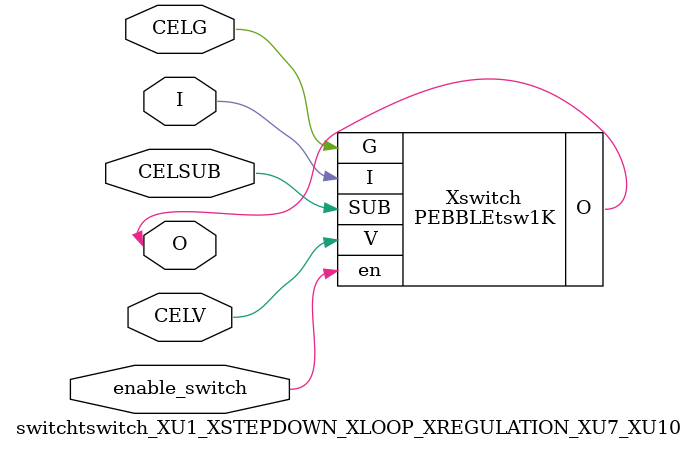
<source format=v>



module PEBBLEtsw1K ( O, G, I, SUB, V, en );

  input V;
  input en;
  input I;
  input G;
  input SUB;
  inout O;
endmodule

//Celera Confidential Do Not Copy switchtswitch_XU1_XSTEPDOWN_XLOOP_XREGULATION_XU7_XU10
//Celera Confidential Symbol Generator
//1000 Ohm tswitchSwitch
module switchtswitch_XU1_XSTEPDOWN_XLOOP_XREGULATION_XU7_XU10 (CELV,O,I,enable_switch,CELG,CELSUB);
input CELV;
input I;
input enable_switch;
inout O;
input CELG;
input CELSUB;

//Celera Confidential Do Not Copy PEBBLEtsw1K
PEBBLEtsw1K Xswitch(
.V (CELV),
.I (I),
.O (O),
.en (enable_switch),
.SUB (CELSUB),
.G (CELG)
);
//,diesize,PEBBLEtsw1K

//Celera Confidential Do Not Copy Module End
//Celera Schematic Generator
endmodule

</source>
